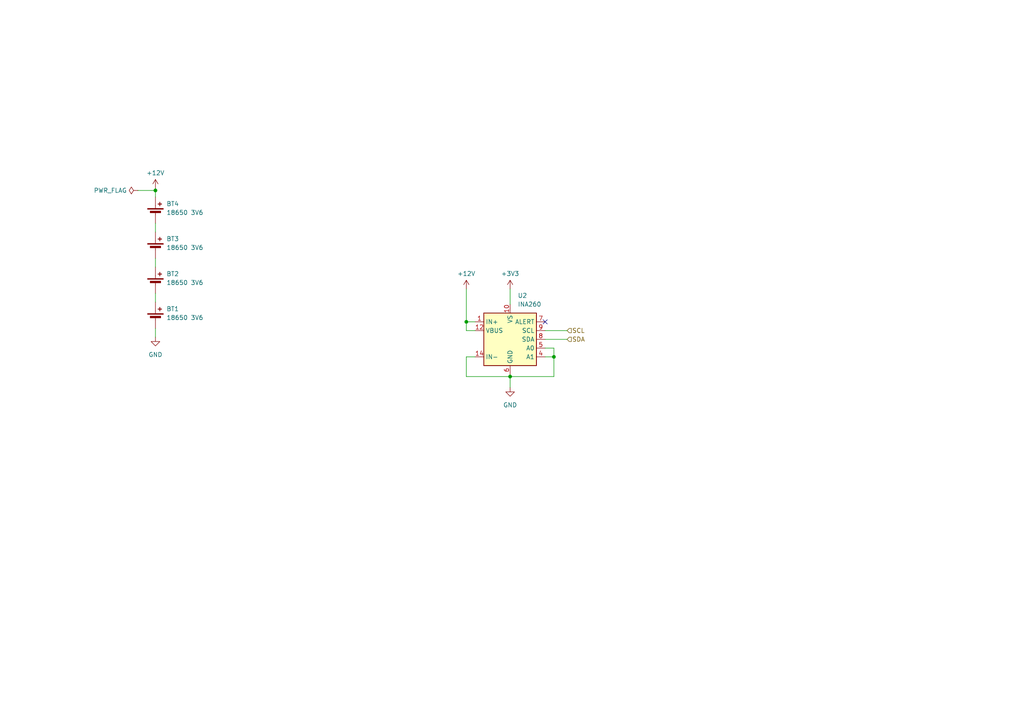
<source format=kicad_sch>
(kicad_sch (version 20230121) (generator eeschema)
  (paper "A4")
  (lib_symbols
    (symbol "Device:Battery_Cell" (pin_numbers hide) (pin_names (offset 0) hide)
      (property "Reference" "BT" (at 2.54 2.54 0))
      (property "Value" "Battery_Cell" (at 2.54 0 0))
      (symbol "Battery_Cell_0_1"
        (rectangle (start -2.286 1.778) (end 2.286 1.524) (fill (type outline)))
        (rectangle (start -1.524 1.016) (end 1.524 0.508) (fill (type outline)))
        (polyline (pts (xy 0 0.762) (xy 0 0)))
        (polyline (pts (xy 0 1.778) (xy 0 2.54)))
        (polyline (pts (xy 0.762 3.048) (xy 1.778 3.048)) (stroke (width 0.254)))
        (polyline (pts (xy 1.27 3.556) (xy 1.27 2.54)) (stroke (width 0.254)))
      )
      (symbol "Battery_Cell_1_1"
        (pin passive line (at 0 5.08 270) (length 2.54) (name "+") (number "1"))
        (pin passive line (at 0 -2.54 90) (length 2.54) (name "-") (number "2"))
      )
    )
    (symbol "Sensor:INA260"
      (property "Reference" "U" (at -6.35 8.89 0))
      (property "Value" "INA260" (at 2.54 8.89 0))
      (symbol "INA260_0_1"
        (rectangle (start -7.62 7.62) (end 7.62 -7.62) (stroke (width 0.254)) (fill (type background)))
      )
      (symbol "INA260_1_1"
        (pin passive line (at -10.16 5.08 0) (length 2.54) (name "IN+") (number "1"))
        (pin power_in line (at 0 10.16 270) (length 2.54) (name "VS") (number "10"))
        (pin passive line (at 0 -10.16 90) (length 2.54) hide (name "GND") (number "11"))
        (pin passive line (at -10.16 2.54 0) (length 2.54) (name "VBUS") (number "12"))
        (pin no_connect line (at 2.54 -7.62 90) (length 2.54) hide (name "NC") (number "13"))
        (pin passive line (at -10.16 -5.08 0) (length 2.54) (name "IN-") (number "14"))
        (pin passive line (at -10.16 -5.08 0) (length 2.54) hide (name "IN-") (number "15"))
        (pin passive line (at -10.16 -5.08 0) (length 2.54) hide (name "IN-") (number "16"))
        (pin passive line (at -10.16 5.08 0) (length 2.54) hide (name "IN+") (number "2"))
        (pin passive line (at -10.16 5.08 0) (length 2.54) hide (name "IN+") (number "3"))
        (pin input line (at 10.16 -5.08 180) (length 2.54) (name "A1") (number "4"))
        (pin input line (at 10.16 -2.54 180) (length 2.54) (name "A0") (number "5"))
        (pin power_in line (at 0 -10.16 90) (length 2.54) (name "GND") (number "6"))
        (pin open_collector line (at 10.16 5.08 180) (length 2.54) (name "ALERT") (number "7"))
        (pin bidirectional line (at 10.16 0 180) (length 2.54) (name "SDA") (number "8"))
        (pin input line (at 10.16 2.54 180) (length 2.54) (name "SCL") (number "9"))
      )
    )
    (symbol "power:+12V" (power) (pin_names (offset 0))
      (property "Value" "+12V" (at 0 3.556 0))
      (symbol "+12V_0_1"
        (polyline (pts (xy -0.762 1.27) (xy 0 2.54)))
        (polyline (pts (xy 0 0) (xy 0 2.54)))
        (polyline (pts (xy 0 2.54) (xy 0.762 1.27)))
      )
      (symbol "+12V_1_1"
        (pin power_in line (at 0 0 90) (length 0) hide (name "+12V") (number "1"))
      )
    )
    (symbol "power:+3V3" (power) (pin_names (offset 0))
      (property "Value" "+3V3" (at 0 3.556 0))
      (symbol "+3V3_0_1"
        (polyline (pts (xy -0.762 1.27) (xy 0 2.54)))
        (polyline (pts (xy 0 0) (xy 0 2.54)))
        (polyline (pts (xy 0 2.54) (xy 0.762 1.27)))
      )
      (symbol "+3V3_1_1"
        (pin power_in line (at 0 0 90) (length 0) hide (name "+3V3") (number "1"))
      )
    )
    (symbol "power:GND" (power) (pin_names (offset 0))
      (property "Value" "GND" (at 0 -3.81 0))
      (symbol "GND_0_1"
        (polyline (pts (xy 0 0) (xy 0 -1.27) (xy 1.27 -1.27) (xy 0 -2.54) (xy -1.27 -1.27) (xy 0 -1.27)))
      )
      (symbol "GND_1_1"
        (pin power_in line (at 0 0 270) (length 0) hide (name "GND") (number "1"))
      )
    )
    (symbol "power:PWR_FLAG" (power) (pin_numbers hide) (pin_names (offset 0) hide)
      (property "Value" "PWR_FLAG" (at 0 3.81 0))
      (symbol "PWR_FLAG_0_0"
        (pin power_out line (at 0 0 90) (length 0) (name "pwr") (number "1"))
      )
      (symbol "PWR_FLAG_0_1"
        (polyline (pts (xy 0 0) (xy 0 1.27) (xy -1.016 1.905) (xy 0 2.54) (xy 1.016 1.905) (xy 0 1.27)))
      )
    )
  )
  (junction (at 135.255 93.345))
  (junction (at 160.655 103.505))
  (junction (at 147.955 109.22))
  (junction (at 45.085 55.245))
  (no_connect (at 158.115 93.345))
  (wire (pts (xy 147.955 108.585) (xy 147.955 109.22)))
  (wire (pts (xy 135.255 93.345) (xy 137.795 93.345)))
  (wire (pts (xy 158.115 100.965) (xy 160.655 100.965)))
  (wire (pts (xy 45.085 74.93) (xy 45.085 77.47)))
  (wire (pts (xy 137.795 103.505) (xy 135.255 103.505)))
  (wire (pts (xy 135.255 93.345) (xy 135.255 95.885)))
  (wire (pts (xy 160.655 100.965) (xy 160.655 103.505)))
  (wire (pts (xy 45.085 54.61) (xy 45.085 55.245)))
  (wire (pts (xy 158.115 103.505) (xy 160.655 103.505)))
  (wire (pts (xy 135.255 103.505) (xy 135.255 109.22)))
  (wire (pts (xy 137.795 95.885) (xy 135.255 95.885)))
  (wire (pts (xy 147.955 83.82) (xy 147.955 88.265)))
  (wire (pts (xy 45.085 95.25) (xy 45.085 97.79)))
  (wire (pts (xy 147.955 109.22) (xy 147.955 112.395)))
  (wire (pts (xy 45.085 64.77) (xy 45.085 67.31)))
  (wire (pts (xy 135.255 109.22) (xy 147.955 109.22)))
  (wire (pts (xy 158.115 95.885) (xy 164.465 95.885)))
  (wire (pts (xy 45.085 55.245) (xy 45.085 57.15)))
  (wire (pts (xy 40.005 55.245) (xy 45.085 55.245)))
  (wire (pts (xy 160.655 109.22) (xy 147.955 109.22)))
  (wire (pts (xy 135.255 83.82) (xy 135.255 93.345)))
  (wire (pts (xy 45.085 85.09) (xy 45.085 87.63)))
  (wire (pts (xy 158.115 98.425) (xy 164.465 98.425)))
  (wire (pts (xy 160.655 103.505) (xy 160.655 109.22)))
  (hierarchical_label "SCL" (shape input) (at 164.465 95.885 0))
  (hierarchical_label "SDA" (shape input) (at 164.465 98.425 0))
  (symbol (lib_id "Device:Battery_Cell") (at 45.085 72.39 0) (unit 1)
    (property "Reference" "BT3" (at 48.26 69.2785 0) (effects (justify left)))
    (property "Value" "18650 3V6" (at 48.26 71.8185 0) (effects (justify left)))
  )
  (symbol (lib_id "power:+3V3") (at 147.955 83.82 0) (unit 1)
    (property "Reference" "#PWR017" (effects hide))
    (property "Value" "+3V3" (at 147.955 79.375 0))
  )
  (symbol (lib_id "Device:Battery_Cell") (at 45.085 82.55 0) (unit 1)
    (property "Reference" "BT2" (at 48.26 79.4385 0) (effects (justify left)))
    (property "Value" "18650 3V6" (at 48.26 81.9785 0) (effects (justify left)))
  )
  (symbol (lib_id "Device:Battery_Cell") (at 45.085 62.23 0) (unit 1)
    (property "Reference" "BT4" (at 48.26 59.1185 0) (effects (justify left)))
    (property "Value" "18650 3V6" (at 48.26 61.6585 0) (effects (justify left)))
  )
  (symbol (lib_id "Device:Battery_Cell") (at 45.085 92.71 0) (unit 1)
    (property "Reference" "BT1" (at 48.26 89.5985 0) (effects (justify left)))
    (property "Value" "18650 3V6" (at 48.26 92.1385 0) (effects (justify left)))
  )
  (symbol (lib_id "power:GND") (at 147.955 112.395 0) (unit 1)
    (property "Reference" "#PWR016" (effects hide))
    (property "Value" "GND" (at 147.955 117.475 0))
  )
  (symbol (lib_id "power:+12V") (at 45.085 54.61 0) (unit 1)
    (property "Reference" "#PWR020" (effects hide))
    (property "Value" "+12V" (at 45.085 50.165 0))
  )
  (symbol (lib_id "Sensor:INA260") (at 147.955 98.425 0) (unit 1)
    (property "Reference" "U2" (at 150.1491 85.725 0) (effects (justify left)))
    (property "Value" "INA260" (at 150.1491 88.265 0) (effects (justify left)))
    (property "Footprint" "Package_SO:TSSOP-16_4.4x5mm_P0.65mm" (effects hide))
    (property "Datasheet" "http://www.ti.com/lit/ds/symlink/ina260.pdf" (effects hide))
  )
  (symbol (lib_id "power:GND") (at 45.085 97.79 0) (unit 1)
    (property "Reference" "#PWR019" (effects hide))
    (property "Value" "GND" (at 45.085 102.87 0))
  )
  (symbol (lib_id "power:+12V") (at 135.255 83.82 0) (unit 1)
    (property "Reference" "#PWR018" (effects hide))
    (property "Value" "+12V" (at 135.255 79.375 0))
  )
  (symbol (lib_id "power:PWR_FLAG") (at 40.005 55.245 90) (unit 1)
    (property "Reference" "#FLG02" (effects hide))
    (property "Value" "PWR_FLAG" (at 36.83 55.245 90) (effects (justify left)))
  )
)
</source>
